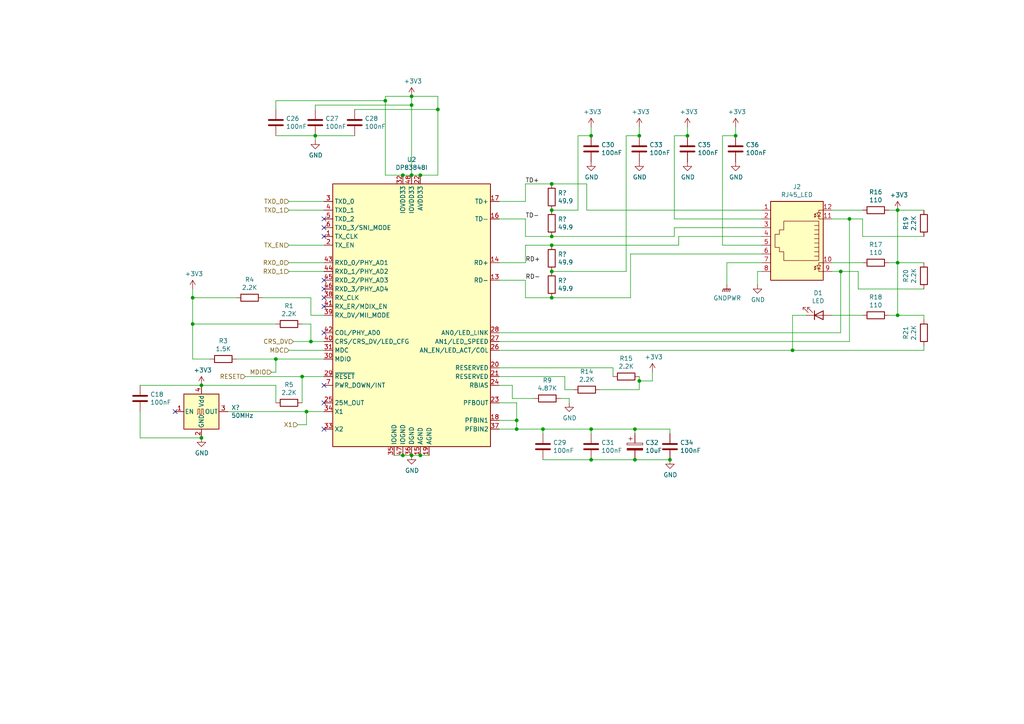
<source format=kicad_sch>
(kicad_sch (version 20231120) (generator "eeschema") (generator_version "8.0")
  (paper "A4")
  (lib_symbols
    (symbol "Connector:RJ45_LED" (pin_names (offset 1.016))
      (property "Reference" "J" (at -5.08 13.97 0))
      (property "Value" "RJ45_LED" (at 1.27 13.97 0))
      (symbol "RJ45_LED_0_1"
        (polyline (pts (xy -7.62 -7.62) (xy -6.35 -7.62)))
        (polyline (pts (xy -7.62 -5.08) (xy -6.35 -5.08)))
        (polyline (pts (xy -7.62 7.62) (xy -6.35 7.62)))
        (polyline (pts (xy -7.62 10.16) (xy -6.35 10.16)))
        (polyline (pts (xy -6.858 -5.842) (xy -5.842 -5.842)))
        (polyline (pts (xy -6.858 9.398) (xy -5.842 9.398)))
        (polyline (pts (xy -6.35 -7.62) (xy -6.35 -6.858)))
        (polyline (pts (xy -6.35 -5.08) (xy -6.35 -5.842)))
        (polyline (pts (xy -6.35 7.62) (xy -6.35 8.382)))
        (polyline (pts (xy -6.35 10.16) (xy -6.35 9.398)))
        (polyline (pts (xy -5.08 -6.223) (xy -5.207 -6.604)))
        (polyline (pts (xy -5.08 -5.588) (xy -5.207 -5.969)))
        (polyline (pts (xy -5.08 4.445) (xy -6.35 4.445)))
        (polyline (pts (xy -5.08 5.715) (xy -6.35 5.715)))
        (polyline (pts (xy -5.08 9.017) (xy -5.207 8.636)))
        (polyline (pts (xy -5.08 9.652) (xy -5.207 9.271)))
        (polyline (pts (xy -6.35 -3.175) (xy -5.08 -3.175) (xy -5.08 -3.175)))
        (polyline (pts (xy -6.35 -1.905) (xy -5.08 -1.905) (xy -5.08 -1.905)))
        (polyline (pts (xy -6.35 -0.635) (xy -5.08 -0.635) (xy -5.08 -0.635)))
        (polyline (pts (xy -6.35 0.635) (xy -5.08 0.635) (xy -5.08 0.635)))
        (polyline (pts (xy -6.35 1.905) (xy -5.08 1.905) (xy -5.08 1.905)))
        (polyline (pts (xy -5.588 -6.731) (xy -5.08 -6.223) (xy -5.461 -6.35)))
        (polyline (pts (xy -5.588 -6.096) (xy -5.08 -5.588) (xy -5.461 -5.715)))
        (polyline (pts (xy -5.588 8.509) (xy -5.08 9.017) (xy -5.461 8.89)))
        (polyline (pts (xy -5.588 9.144) (xy -5.08 9.652) (xy -5.461 9.525)))
        (polyline (pts (xy -5.08 3.175) (xy -6.35 3.175) (xy -6.35 3.175)))
        (polyline (pts (xy -6.35 -5.842) (xy -6.858 -6.858) (xy -5.842 -6.858) (xy -6.35 -5.842)))
        (polyline (pts (xy -6.35 9.398) (xy -6.858 8.382) (xy -5.842 8.382) (xy -6.35 9.398)))
        (polyline (pts (xy -6.35 -4.445) (xy -6.35 6.985) (xy 3.81 6.985) (xy 3.81 4.445) (xy 5.08 4.445) (xy 5.08 3.175) (xy 6.35 3.175) (xy 6.35 -0.635) (xy 5.08 -0.635) (xy 5.08 -1.905) (xy 3.81 -1.905) (xy 3.81 -4.445) (xy -6.35 -4.445) (xy -6.35 -4.445)))
        (rectangle (start 7.62 12.7) (end -7.62 -10.16) (stroke (width 0.254)) (fill (type background)))
      )
      (symbol "RJ45_LED_1_1"
        (pin passive line (at 10.16 -7.62 180) (length 2.54) (name "~") (number "1"))
        (pin passive line (at -10.16 7.62 0) (length 2.54) (name "~") (number "10"))
        (pin passive line (at -10.16 -5.08 0) (length 2.54) (name "~") (number "11"))
        (pin passive line (at -10.16 -7.62 0) (length 2.54) (name "~") (number "12"))
        (pin passive line (at 10.16 -5.08 180) (length 2.54) (name "~") (number "2"))
        (pin passive line (at 10.16 -2.54 180) (length 2.54) (name "~") (number "3"))
        (pin passive line (at 10.16 0 180) (length 2.54) (name "~") (number "4"))
        (pin passive line (at 10.16 2.54 180) (length 2.54) (name "~") (number "5"))
        (pin passive line (at 10.16 5.08 180) (length 2.54) (name "~") (number "6"))
        (pin passive line (at 10.16 7.62 180) (length 2.54) (name "~") (number "7"))
        (pin passive line (at 10.16 10.16 180) (length 2.54) (name "~") (number "8"))
        (pin passive line (at -10.16 10.16 0) (length 2.54) (name "~") (number "9"))
      )
    )
    (symbol "Device:C" (pin_numbers hide) (pin_names (offset 0.254))
      (property "Reference" "C" (at 0.635 2.54 0))
      (property "Value" "C" (at 0.635 -2.54 0))
      (symbol "C_0_1"
        (polyline (pts (xy -2.032 -0.762) (xy 2.032 -0.762)) (stroke (width 0.508)))
        (polyline (pts (xy -2.032 0.762) (xy 2.032 0.762)) (stroke (width 0.508)))
      )
      (symbol "C_1_1"
        (pin passive line (at 0 3.81 270) (length 2.794) (name "~") (number "1"))
        (pin passive line (at 0 -3.81 90) (length 2.794) (name "~") (number "2"))
      )
    )
    (symbol "Device:LED" (pin_numbers hide) (pin_names (offset 1.016) hide)
      (property "Reference" "D" (at 0 2.54 0))
      (property "Value" "LED" (at 0 -2.54 0))
      (symbol "LED_0_1"
        (polyline (pts (xy -1.27 -1.27) (xy -1.27 1.27)) (stroke (width 0.254)))
        (polyline (pts (xy -1.27 0) (xy 1.27 0)))
        (polyline (pts (xy 1.27 -1.27) (xy 1.27 1.27) (xy -1.27 0) (xy 1.27 -1.27)) (stroke (width 0.254)))
        (polyline (pts (xy -3.048 -0.762) (xy -4.572 -2.286) (xy -3.81 -2.286) (xy -4.572 -2.286) (xy -4.572 -1.524)))
        (polyline (pts (xy -1.778 -0.762) (xy -3.302 -2.286) (xy -2.54 -2.286) (xy -3.302 -2.286) (xy -3.302 -1.524)))
      )
      (symbol "LED_1_1"
        (pin passive line (at -3.81 0 0) (length 2.54) (name "K") (number "1"))
        (pin passive line (at 3.81 0 180) (length 2.54) (name "A") (number "2"))
      )
    )
    (symbol "Device:R" (pin_numbers hide) (pin_names (offset 0))
      (property "Reference" "R" (at 2.032 0 90))
      (property "Value" "R" (at 0 0 90))
      (symbol "R_0_1"
        (rectangle (start -1.016 -2.54) (end 1.016 2.54) (stroke (width 0.254)))
      )
      (symbol "R_1_1"
        (pin passive line (at 0 3.81 270) (length 1.27) (name "~") (number "1"))
        (pin passive line (at 0 -3.81 90) (length 1.27) (name "~") (number "2"))
      )
    )
    (symbol "ETH OPAMP DCMI FSMC CAN ENCODER CS1000-rescue:+3.3V-power" (power) (pin_names (offset 0))
      (property "Value" "power_+3.3V" (at 0 3.556 0))
      (symbol "+3.3V-power_0_1"
        (polyline (pts (xy -0.762 1.27) (xy 0 2.54)))
        (polyline (pts (xy 0 0) (xy 0 2.54)))
        (polyline (pts (xy 0 2.54) (xy 0.762 1.27)))
      )
      (symbol "+3.3V-power_1_1"
        (pin power_in line (at 0 0 90) (length 0) hide (name "+3V3") (number "1"))
      )
    )
    (symbol "ETH OPAMP DCMI FSMC CAN ENCODER CS1000-rescue:CP-Device" (pin_numbers hide) (pin_names (offset 0.254))
      (property "Reference" "C" (at 0.635 2.54 0))
      (property "Value" "Device_CP" (at 0.635 -2.54 0))
      (symbol "CP-Device_0_1"
        (rectangle (start -2.286 0.508) (end -2.286 1.016))
        (rectangle (start -2.286 0.508) (end 2.286 0.508))
        (polyline (pts (xy -1.778 2.286) (xy -0.762 2.286)))
        (polyline (pts (xy -1.27 2.794) (xy -1.27 1.778)))
        (rectangle (start 2.286 -0.508) (end -2.286 -1.016) (fill (type outline)))
        (rectangle (start 2.286 1.016) (end -2.286 1.016))
        (rectangle (start 2.286 1.016) (end 2.286 0.508))
      )
      (symbol "CP-Device_1_1"
        (pin passive line (at 0 3.81 270) (length 2.794) (name "~") (number "1"))
        (pin passive line (at 0 -3.81 90) (length 2.794) (name "~") (number "2"))
      )
    )
    (symbol "ETH OPAMP DCMI FSMC CAN ENCODER CS1000-rescue:GND-power" (power) (pin_names (offset 0))
      (property "Value" "power_GND" (at 0 -3.81 0))
      (symbol "GND-power_0_1"
        (polyline (pts (xy 0 0) (xy 0 -1.27) (xy 1.27 -1.27) (xy 0 -2.54) (xy -1.27 -1.27) (xy 0 -1.27)))
      )
      (symbol "GND-power_1_1"
        (pin power_in line (at 0 0 270) (length 0) hide (name "GND") (number "1"))
      )
    )
    (symbol "ETH OPAMP DCMI FSMC CAN ENCODER CS1000-rescue:GNDPWR-power" (power) (pin_names (offset 0))
      (property "Value" "power_GNDPWR" (at 0 -3.302 0))
      (symbol "GNDPWR-power_0_1"
        (polyline (pts (xy 0 -1.27) (xy 0 0)))
        (polyline (pts (xy -1.016 -1.27) (xy -1.27 -2.032) (xy -1.27 -2.032)) (stroke (width 0.2032)))
        (polyline (pts (xy -0.508 -1.27) (xy -0.762 -2.032) (xy -0.762 -2.032)) (stroke (width 0.2032)))
        (polyline (pts (xy 0 -1.27) (xy -0.254 -2.032) (xy -0.254 -2.032)) (stroke (width 0.2032)))
        (polyline (pts (xy 0.508 -1.27) (xy 0.254 -2.032) (xy 0.254 -2.032)) (stroke (width 0.2032)))
        (polyline (pts (xy 1.016 -1.27) (xy -1.016 -1.27) (xy -1.016 -1.27)) (stroke (width 0.2032)))
        (polyline (pts (xy 1.016 -1.27) (xy 0.762 -2.032) (xy 0.762 -2.032) (xy 0.762 -2.032)) (stroke (width 0.2032)))
      )
      (symbol "GNDPWR-power_1_1"
        (pin power_in line (at 0 0 270) (length 0) hide (name "GNDPWR") (number "1"))
      )
    )
    (symbol "Interface_Ethernet:DP83848I"
      (property "Reference" "U" (at -21.59 39.37 0))
      (property "Value" "DP83848I" (at 12.7 39.37 0))
      (symbol "DP83848I_0_1"
        (rectangle (start -22.86 38.1) (end 22.86 -38.1) (stroke (width 0.254)) (fill (type background)))
      )
      (symbol "DP83848I_1_1"
        (pin output line (at -25.4 22.86 0) (length 2.54) (name "TX_CLK") (number "1"))
        (pin passive line (at 25.4 10.16 180) (length 2.54) (name "RD-") (number "13"))
        (pin passive line (at 25.4 15.24 180) (length 2.54) (name "RD+") (number "14"))
        (pin power_in line (at 2.54 -40.64 90) (length 2.54) (name "AGND") (number "15"))
        (pin passive line (at 25.4 27.94 180) (length 2.54) (name "TD-") (number "16"))
        (pin passive line (at 25.4 33.02 180) (length 2.54) (name "TD+") (number "17"))
        (pin passive line (at 25.4 -30.48 180) (length 2.54) (name "PFBIN1") (number "18"))
        (pin power_in line (at 5.08 -40.64 90) (length 2.54) (name "AGND") (number "19"))
        (pin input line (at -25.4 20.32 0) (length 2.54) (name "TX_EN") (number "2"))
        (pin passive line (at 25.4 -15.24 180) (length 2.54) (name "RESERVED") (number "20"))
        (pin passive line (at 25.4 -17.78 180) (length 2.54) (name "RESERVED") (number "21"))
        (pin power_in line (at 2.54 40.64 270) (length 2.54) (name "AVDD33") (number "22"))
        (pin passive line (at 25.4 -25.4 180) (length 2.54) (name "PFBOUT") (number "23"))
        (pin passive line (at 25.4 -20.32 180) (length 2.54) (name "RBIAS") (number "24"))
        (pin output line (at -25.4 -25.4 0) (length 2.54) (name "25M_OUT") (number "25"))
        (pin output line (at 25.4 -10.16 180) (length 2.54) (name "AN_EN/LED_ACT/COL") (number "26"))
        (pin output line (at 25.4 -7.62 180) (length 2.54) (name "AN1/LED_SPEED") (number "27"))
        (pin output line (at 25.4 -5.08 180) (length 2.54) (name "AN0/LED_LINK") (number "28"))
        (pin input line (at -25.4 -17.78 0) (length 2.54) (name "~{RESET}") (number "29"))
        (pin input line (at -25.4 33.02 0) (length 2.54) (name "TXD_0") (number "3"))
        (pin bidirectional line (at -25.4 -12.7 0) (length 2.54) (name "MDIO") (number "30"))
        (pin input line (at -25.4 -10.16 0) (length 2.54) (name "MDC") (number "31"))
        (pin power_in line (at -2.54 40.64 270) (length 2.54) (name "IOVDD33") (number "32"))
        (pin output line (at -25.4 -33.02 0) (length 2.54) (name "X2") (number "33"))
        (pin input line (at -25.4 -27.94 0) (length 2.54) (name "X1") (number "34"))
        (pin power_in line (at -5.08 -40.64 90) (length 2.54) (name "IOGND") (number "35"))
        (pin power_in line (at 0 -40.64 90) (length 2.54) (name "DGND") (number "36"))
        (pin passive line (at 25.4 -33.02 180) (length 2.54) (name "PFBIN2") (number "37"))
        (pin output line (at -25.4 5.08 0) (length 2.54) (name "RX_CLK") (number "38"))
        (pin output line (at -25.4 0 0) (length 2.54) (name "RX_DV/MII_MODE") (number "39"))
        (pin input line (at -25.4 30.48 0) (length 2.54) (name "TXD_1") (number "4"))
        (pin output line (at -25.4 -7.62 0) (length 2.54) (name "CRS/CRS_DV/LED_CFG") (number "40"))
        (pin output line (at -25.4 2.54 0) (length 2.54) (name "RX_ER/MDIX_EN") (number "41"))
        (pin output line (at -25.4 -5.08 0) (length 2.54) (name "COL/PHY_AD0") (number "42"))
        (pin output line (at -25.4 15.24 0) (length 2.54) (name "RXD_0/PHY_AD1") (number "43"))
        (pin output line (at -25.4 12.7 0) (length 2.54) (name "RXD_1/PHY_AD2") (number "44"))
        (pin output line (at -25.4 10.16 0) (length 2.54) (name "RXD_2/PHY_AD3") (number "45"))
        (pin output line (at -25.4 7.62 0) (length 2.54) (name "RXD_3/PHY_AD4") (number "46"))
        (pin power_in line (at -2.54 -40.64 90) (length 2.54) (name "IOGND") (number "47"))
        (pin power_in line (at 0 40.64 270) (length 2.54) (name "IOVDD33") (number "48"))
        (pin input line (at -25.4 27.94 0) (length 2.54) (name "TXD_2") (number "5"))
        (pin input line (at -25.4 25.4 0) (length 2.54) (name "TXD_3/SNI_MODE") (number "6"))
        (pin input line (at -25.4 -20.32 0) (length 2.54) (name "PWR_DOWN/INT") (number "7"))
      )
    )
    (symbol "Oscillator:ASE-xxxMHz" (pin_names (offset 0.254))
      (property "Reference" "X" (at -5.08 6.35 0))
      (property "Value" "ASE-xxxMHz" (at 1.27 -6.35 0))
      (symbol "ASE-xxxMHz_0_1"
        (rectangle (start -5.08 5.08) (end 5.08 -5.08) (stroke (width 0.254)) (fill (type background)))
        (polyline (pts (xy -1.27 -0.762) (xy -1.016 -0.762) (xy -1.016 0.762) (xy -0.508 0.762) (xy -0.508 -0.762) (xy 0 -0.762) (xy 0 0.762) (xy 0.508 0.762) (xy 0.508 -0.762) (xy 0.762 -0.762)))
      )
      (symbol "ASE-xxxMHz_1_1"
        (pin input line (at -7.62 0 0) (length 2.54) (name "EN") (number "1"))
        (pin power_in line (at 0 -7.62 90) (length 2.54) (name "GND") (number "2"))
        (pin output line (at 7.62 0 180) (length 2.54) (name "OUT") (number "3"))
        (pin power_in line (at 0 7.62 270) (length 2.54) (name "Vdd") (number "4"))
      )
    )
  )
  (junction (at 194.31 133.35))
  (junction (at 116.84 50.8))
  (junction (at 149.86 124.46))
  (junction (at 119.38 27.94))
  (junction (at 127 31.75))
  (junction (at 185.42 110.49))
  (junction (at 160.02 78.74))
  (junction (at 87.63 109.22))
  (junction (at 199.39 39.37))
  (junction (at 171.45 39.37))
  (junction (at 119.38 30.48))
  (junction (at 119.38 50.8))
  (junction (at 58.42 127))
  (junction (at 213.36 39.37))
  (junction (at 160.02 53.34))
  (junction (at 246.38 63.5))
  (junction (at 160.02 60.96))
  (junction (at 91.44 39.37))
  (junction (at 160.02 68.58))
  (junction (at 80.01 104.14))
  (junction (at 160.02 71.12))
  (junction (at 184.15 133.35))
  (junction (at 229.87 101.6))
  (junction (at 121.92 50.8))
  (junction (at 55.88 86.36))
  (junction (at 58.42 111.76))
  (junction (at 116.84 132.08))
  (junction (at 111.76 29.21))
  (junction (at 157.48 124.46))
  (junction (at 119.38 132.08))
  (junction (at 260.35 76.2))
  (junction (at 260.35 91.44))
  (junction (at 260.35 60.96))
  (junction (at 121.92 132.08))
  (junction (at 184.15 124.46))
  (junction (at 149.86 121.92))
  (junction (at 185.42 39.37))
  (junction (at 243.84 78.74))
  (junction (at 88.9 119.38))
  (junction (at 55.88 93.98))
  (junction (at 171.45 124.46))
  (junction (at 160.02 86.36))
  (junction (at 171.45 133.35))
  (junction (at 90.17 99.06))
  (no_connect (at 93.98 96.52))
  (no_connect (at 50.8 119.38))
  (no_connect (at 93.98 81.28))
  (no_connect (at 93.98 124.46))
  (no_connect (at 93.98 111.76))
  (no_connect (at 93.98 68.58))
  (no_connect (at 93.98 86.36))
  (no_connect (at 93.98 66.04))
  (no_connect (at 93.98 88.9))
  (no_connect (at 93.98 116.84))
  (no_connect (at 93.98 63.5))
  (no_connect (at 93.98 83.82))
  (wire (pts (xy 40.64 119.38) (xy 40.64 127)))
  (wire (pts (xy 148.59 115.57) (xy 148.59 111.76)))
  (wire (pts (xy 233.68 91.44) (xy 229.87 91.44)))
  (wire (pts (xy 149.86 121.92) (xy 149.86 124.46)))
  (wire (pts (xy 219.71 78.74) (xy 220.98 78.74)))
  (wire (pts (xy 241.3 63.5) (xy 246.38 63.5)))
  (wire (pts (xy 144.78 101.6) (xy 229.87 101.6)))
  (wire (pts (xy 185.42 113.03) (xy 185.42 110.49)))
  (wire (pts (xy 40.64 127) (xy 58.42 127)))
  (wire (pts (xy 80.01 29.21) (xy 111.76 29.21)))
  (wire (pts (xy 149.86 116.84) (xy 149.86 121.92)))
  (wire (pts (xy 195.58 39.37) (xy 195.58 63.5)))
  (wire (pts (xy 184.15 124.46) (xy 171.45 124.46)))
  (wire (pts (xy 127 31.75) (xy 127 50.8)))
  (wire (pts (xy 116.84 50.8) (xy 119.38 50.8)))
  (wire (pts (xy 119.38 50.8) (xy 119.38 30.48)))
  (wire (pts (xy 87.63 93.98) (xy 90.17 93.98)))
  (wire (pts (xy 210.82 76.2) (xy 220.98 76.2)))
  (wire (pts (xy 157.48 124.46) (xy 171.45 124.46)))
  (wire (pts (xy 80.01 29.21) (xy 80.01 31.75)))
  (wire (pts (xy 91.44 30.48) (xy 119.38 30.48)))
  (wire (pts (xy 209.55 71.12) (xy 220.98 71.12)))
  (wire (pts (xy 260.35 91.44) (xy 267.97 91.44)))
  (wire (pts (xy 157.48 133.35) (xy 171.45 133.35)))
  (wire (pts (xy 80.01 111.76) (xy 58.42 111.76)))
  (wire (pts (xy 119.38 27.94) (xy 111.76 27.94)))
  (wire (pts (xy 87.63 109.22) (xy 93.98 109.22)))
  (wire (pts (xy 80.01 104.14) (xy 93.98 104.14)))
  (wire (pts (xy 111.76 29.21) (xy 111.76 27.94)))
  (wire (pts (xy 241.3 91.44) (xy 250.19 91.44)))
  (wire (pts (xy 184.15 124.46) (xy 194.31 124.46)))
  (wire (pts (xy 182.88 73.66) (xy 220.98 73.66)))
  (wire (pts (xy 160.02 71.12) (xy 196.85 71.12)))
  (wire (pts (xy 199.39 36.83) (xy 199.39 39.37)))
  (wire (pts (xy 250.19 68.58) (xy 250.19 63.5)))
  (wire (pts (xy 144.78 99.06) (xy 246.38 99.06)))
  (wire (pts (xy 152.4 58.42) (xy 152.4 53.34)))
  (wire (pts (xy 119.38 30.48) (xy 119.38 27.94)))
  (wire (pts (xy 171.45 39.37) (xy 167.64 39.37)))
  (wire (pts (xy 195.58 66.04) (xy 220.98 66.04)))
  (wire (pts (xy 93.98 60.96) (xy 83.82 60.96)))
  (wire (pts (xy 76.2 86.36) (xy 90.17 86.36)))
  (wire (pts (xy 260.35 76.2) (xy 260.35 60.96)))
  (wire (pts (xy 160.02 53.34) (xy 170.18 53.34)))
  (wire (pts (xy 80.01 107.95) (xy 78.74 107.95)))
  (wire (pts (xy 213.36 39.37) (xy 209.55 39.37)))
  (wire (pts (xy 267.97 100.33) (xy 267.97 101.6)))
  (wire (pts (xy 121.92 132.08) (xy 124.46 132.08)))
  (wire (pts (xy 241.3 78.74) (xy 243.84 78.74)))
  (wire (pts (xy 171.45 124.46) (xy 171.45 125.73)))
  (wire (pts (xy 83.82 71.12) (xy 93.98 71.12)))
  (wire (pts (xy 87.63 109.22) (xy 87.63 116.84)))
  (wire (pts (xy 194.31 124.46) (xy 194.31 125.73)))
  (wire (pts (xy 111.76 29.21) (xy 111.76 50.8)))
  (wire (pts (xy 80.01 116.84) (xy 80.01 111.76)))
  (wire (pts (xy 83.82 76.2) (xy 93.98 76.2)))
  (wire (pts (xy 257.81 60.96) (xy 260.35 60.96)))
  (wire (pts (xy 90.17 91.44) (xy 93.98 91.44)))
  (wire (pts (xy 195.58 63.5) (xy 220.98 63.5)))
  (wire (pts (xy 160.02 68.58) (xy 195.58 68.58)))
  (wire (pts (xy 127 27.94) (xy 119.38 27.94)))
  (wire (pts (xy 166.37 113.03) (xy 163.83 113.03)))
  (wire (pts (xy 85.09 99.06) (xy 90.17 99.06)))
  (wire (pts (xy 91.44 40.64) (xy 91.44 39.37)))
  (wire (pts (xy 267.97 92.71) (xy 267.97 91.44)))
  (wire (pts (xy 177.8 106.68) (xy 144.78 106.68)))
  (wire (pts (xy 116.84 132.08) (xy 114.3 132.08)))
  (wire (pts (xy 80.01 93.98) (xy 55.88 93.98)))
  (wire (pts (xy 248.92 83.82) (xy 248.92 78.74)))
  (wire (pts (xy 55.88 104.14) (xy 60.96 104.14)))
  (wire (pts (xy 162.56 115.57) (xy 165.1 115.57)))
  (wire (pts (xy 144.78 124.46) (xy 149.86 124.46)))
  (wire (pts (xy 152.4 53.34) (xy 160.02 53.34)))
  (wire (pts (xy 111.76 50.8) (xy 116.84 50.8)))
  (wire (pts (xy 144.78 58.42) (xy 152.4 58.42)))
  (wire (pts (xy 102.87 39.37) (xy 91.44 39.37)))
  (wire (pts (xy 196.85 68.58) (xy 220.98 68.58)))
  (wire (pts (xy 144.78 76.2) (xy 152.4 76.2)))
  (wire (pts (xy 144.78 96.52) (xy 243.84 96.52)))
  (wire (pts (xy 163.83 113.03) (xy 163.83 109.22)))
  (wire (pts (xy 171.45 36.83) (xy 171.45 39.37)))
  (wire (pts (xy 127 50.8) (xy 121.92 50.8)))
  (wire (pts (xy 163.83 109.22) (xy 144.78 109.22)))
  (wire (pts (xy 189.23 110.49) (xy 185.42 110.49)))
  (wire (pts (xy 260.35 76.2) (xy 260.35 91.44)))
  (wire (pts (xy 160.02 86.36) (xy 152.4 86.36)))
  (wire (pts (xy 260.35 91.44) (xy 257.81 91.44)))
  (wire (pts (xy 152.4 68.58) (xy 152.4 63.5)))
  (wire (pts (xy 93.98 101.6) (xy 83.82 101.6)))
  (wire (pts (xy 157.48 124.46) (xy 157.48 125.73)))
  (wire (pts (xy 90.17 86.36) (xy 90.17 91.44)))
  (wire (pts (xy 199.39 39.37) (xy 195.58 39.37)))
  (wire (pts (xy 229.87 91.44) (xy 229.87 101.6)))
  (wire (pts (xy 152.4 81.28) (xy 144.78 81.28)))
  (wire (pts (xy 165.1 115.57) (xy 165.1 116.84)))
  (wire (pts (xy 93.98 58.42) (xy 83.82 58.42)))
  (wire (pts (xy 170.18 60.96) (xy 220.98 60.96)))
  (wire (pts (xy 90.17 93.98) (xy 90.17 99.06)))
  (wire (pts (xy 152.4 71.12) (xy 160.02 71.12)))
  (wire (pts (xy 102.87 31.75) (xy 127 31.75)))
  (wire (pts (xy 189.23 110.49) (xy 189.23 107.95)))
  (wire (pts (xy 127 31.75) (xy 127 27.94)))
  (wire (pts (xy 219.71 82.55) (xy 219.71 78.74)))
  (wire (pts (xy 144.78 116.84) (xy 149.86 116.84)))
  (wire (pts (xy 167.64 60.96) (xy 160.02 60.96)))
  (wire (pts (xy 121.92 50.8) (xy 119.38 50.8)))
  (wire (pts (xy 160.02 78.74) (xy 181.61 78.74)))
  (wire (pts (xy 257.81 76.2) (xy 260.35 76.2)))
  (wire (pts (xy 55.88 83.82) (xy 55.88 86.36)))
  (wire (pts (xy 243.84 78.74) (xy 248.92 78.74)))
  (wire (pts (xy 55.88 86.36) (xy 68.58 86.36)))
  (wire (pts (xy 246.38 63.5) (xy 250.19 63.5)))
  (wire (pts (xy 93.98 78.74) (xy 83.82 78.74)))
  (wire (pts (xy 167.64 39.37) (xy 167.64 60.96)))
  (wire (pts (xy 173.99 113.03) (xy 185.42 113.03)))
  (wire (pts (xy 260.35 60.96) (xy 267.97 60.96)))
  (wire (pts (xy 185.42 39.37) (xy 181.61 39.37)))
  (wire (pts (xy 185.42 110.49) (xy 185.42 109.22)))
  (wire (pts (xy 90.17 99.06) (xy 93.98 99.06)))
  (wire (pts (xy 248.92 83.82) (xy 267.97 83.82)))
  (wire (pts (xy 241.3 60.96) (xy 250.19 60.96)))
  (wire (pts (xy 160.02 86.36) (xy 182.88 86.36)))
  (wire (pts (xy 116.84 132.08) (xy 119.38 132.08)))
  (wire (pts (xy 243.84 78.74) (xy 243.84 96.52)))
  (wire (pts (xy 160.02 68.58) (xy 152.4 68.58)))
  (wire (pts (xy 148.59 111.76) (xy 144.78 111.76)))
  (wire (pts (xy 88.9 123.19) (xy 86.36 123.19)))
  (wire (pts (xy 184.15 124.46) (xy 184.15 125.73)))
  (wire (pts (xy 184.15 133.35) (xy 194.31 133.35)))
  (wire (pts (xy 55.88 93.98) (xy 55.88 104.14)))
  (wire (pts (xy 58.42 111.76) (xy 40.64 111.76)))
  (wire (pts (xy 229.87 101.6) (xy 267.97 101.6)))
  (wire (pts (xy 152.4 63.5) (xy 144.78 63.5)))
  (wire (pts (xy 246.38 63.5) (xy 246.38 99.06)))
  (wire (pts (xy 213.36 39.37) (xy 213.36 36.83)))
  (wire (pts (xy 177.8 109.22) (xy 177.8 106.68)))
  (wire (pts (xy 170.18 53.34) (xy 170.18 60.96)))
  (wire (pts (xy 66.04 119.38) (xy 88.9 119.38)))
  (wire (pts (xy 195.58 68.58) (xy 195.58 66.04)))
  (wire (pts (xy 80.01 104.14) (xy 80.01 107.95)))
  (wire (pts (xy 71.12 109.22) (xy 87.63 109.22)))
  (wire (pts (xy 250.19 68.58) (xy 267.97 68.58)))
  (wire (pts (xy 88.9 119.38) (xy 93.98 119.38)))
  (wire (pts (xy 119.38 132.08) (xy 121.92 132.08)))
  (wire (pts (xy 152.4 86.36) (xy 152.4 81.28)))
  (wire (pts (xy 152.4 76.2) (xy 152.4 71.12)))
  (wire (pts (xy 154.94 115.57) (xy 148.59 115.57)))
  (wire (pts (xy 241.3 76.2) (xy 250.19 76.2)))
  (wire (pts (xy 182.88 86.36) (xy 182.88 73.66)))
  (wire (pts (xy 260.35 76.2) (xy 267.97 76.2)))
  (wire (pts (xy 80.01 39.37) (xy 91.44 39.37)))
  (wire (pts (xy 185.42 39.37) (xy 185.42 36.83)))
  (wire (pts (xy 209.55 39.37) (xy 209.55 71.12)))
  (wire (pts (xy 149.86 121.92) (xy 144.78 121.92)))
  (wire (pts (xy 91.44 30.48) (xy 91.44 31.75)))
  (wire (pts (xy 88.9 123.19) (xy 88.9 119.38)))
  (wire (pts (xy 171.45 133.35) (xy 184.15 133.35)))
  (wire (pts (xy 181.61 39.37) (xy 181.61 78.74)))
  (wire (pts (xy 68.58 104.14) (xy 80.01 104.14)))
  (wire (pts (xy 210.82 76.2) (xy 210.82 82.55)))
  (wire (pts (xy 196.85 71.12) (xy 196.85 68.58)))
  (wire (pts (xy 55.88 86.36) (xy 55.88 93.98)))
  (wire (pts (xy 149.86 124.46) (xy 157.48 124.46)))
  (label "TD-" (at 152.4 63.5 0))
  (label "RD+" (at 152.4 76.2 0))
  (label "TD+" (at 152.4 53.34 0))
  (label "RD-" (at 152.4 81.28 0))
  (hierarchical_label "TXD_1" (shape input) (at 83.82 60.96 180))
  (hierarchical_label "X1" (shape input) (at 86.36 123.19 180))
  (hierarchical_label "MDIO" (shape input) (at 78.74 107.95 180))
  (hierarchical_label "MDC" (shape input) (at 83.82 101.6 180))
  (hierarchical_label "RXD_0" (shape input) (at 83.82 76.2 180))
  (hierarchical_label "CRS_DV" (shape input) (at 85.09 99.06 180))
  (hierarchical_label "RESET" (shape input) (at 71.12 109.22 180))
  (hierarchical_label "RXD_1" (shape input) (at 83.82 78.74 180))
  (hierarchical_label "TXD_0" (shape input) (at 83.82 58.42 180))
  (hierarchical_label "TX_EN" (shape input) (at 83.82 71.12 180))
  (symbol (lib_id "Interface_Ethernet:DP83848I") (at 119.38 91.44 0) (unit 1)
    (property "Reference" "U2" (at 119.38 46.2788 0))
    (property "Value" "DP83848I" (at 119.38 48.5902 0))
    (property "Footprint" "Package_QFP:LQFP-48_7x7mm_P0.5mm" (effects (hide yes)))
    (property "Datasheet" "926-DP83848IVV/NOPB" (effects (hide yes)))
  )
  (symbol (lib_id "Device:R") (at 160.02 57.15 0) (unit 1)
    (property "Reference" "R?" (at 161.798 55.9816 0) (effects (justify left)))
    (property "Value" "49.9" (at 161.798 58.293 0) (effects (justify left)))
    (property "Footprint" "Resistor_SMD:R_0603_1608Metric" (effects (hide yes)))
    (property "Datasheet" "71-CRCW060349R9FKEAC" (effects (hide yes)))
    (instances (project "" (path "" (reference "R?") (unit 1)) (path "" (reference "R10") (unit 1))))
  )
  (symbol (lib_id "Device:C") (at 171.45 43.18 0) (unit 1)
    (property "Reference" "C30" (at 174.371 42.0116 0) (effects (justify left)))
    (property "Value" "100nF" (at 174.371 44.323 0) (effects (justify left)))
    (property "Footprint" "Capacitor_SMD:C_0603_1608Metric" (effects (hide yes)))
    (property "Datasheet" "581-0603YC104MAT4A" (effects (hide yes)))
  )
  (symbol (lib_id "Device:R") (at 160.02 64.77 0) (unit 1)
    (property "Reference" "R?" (at 161.798 63.6016 0) (effects (justify left)))
    (property "Value" "49.9" (at 161.798 65.913 0) (effects (justify left)))
    (property "Footprint" "Resistor_SMD:R_0603_1608Metric" (effects (hide yes)))
    (property "Datasheet" "71-CRCW060349R9FKEAC" (effects (hide yes)))
    (instances (project "" (path "" (reference "R?") (unit 1)) (path "" (reference "R11") (unit 1))))
  )
  (symbol (lib_id "ETH OPAMP DCMI FSMC CAN ENCODER CS1000-rescue:+3.3V-power") (at 171.45 36.83 0) (unit 1)
    (property "Reference" "#PWR020" (effects (hide yes)))
    (property "Value" "+3V3" (at 171.831 32.4358 0))
  )
  (symbol (lib_id "ETH OPAMP DCMI FSMC CAN ENCODER CS1000-rescue:GND-power") (at 171.45 46.99 0) (unit 1)
    (property "Reference" "#PWR021" (effects (hide yes)))
    (property "Value" "GND" (at 171.577 51.3842 0))
  )
  (symbol (lib_id "Device:R") (at 160.02 74.93 0) (unit 1)
    (property "Reference" "R?" (at 161.798 73.7616 0) (effects (justify left)))
    (property "Value" "49.9" (at 161.798 76.073 0) (effects (justify left)))
    (property "Footprint" "Resistor_SMD:R_0603_1608Metric" (effects (hide yes)))
    (property "Datasheet" "71-CRCW060349R9FKEAC" (effects (hide yes)))
    (instances (project "" (path "" (reference "R?") (unit 1)) (path "" (reference "R12") (unit 1))))
  )
  (symbol (lib_id "Device:R") (at 160.02 82.55 0) (unit 1)
    (property "Reference" "R?" (at 161.798 81.3816 0) (effects (justify left)))
    (property "Value" "49.9" (at 161.798 83.693 0) (effects (justify left)))
    (property "Footprint" "Resistor_SMD:R_0603_1608Metric" (effects (hide yes)))
    (property "Datasheet" "71-CRCW060349R9FKEAC" (effects (hide yes)))
    (instances (project "" (path "" (reference "R?") (unit 1)) (path "" (reference "R13") (unit 1))))
  )
  (symbol (lib_id "Connector:RJ45_LED") (at 231.14 68.58 180) (unit 1)
    (property "Reference" "J2" (at 231.14 54.1782 0))
    (property "Value" "RJ45_LED" (at 231.14 56.4896 0))
    (property "Footprint" "Connector_RJ:RJ45_Wuerth_7499010121A_Horizontal" (effects (hide yes)))
    (property "Datasheet" "710-74990101212" (effects (hide yes)))
  )
  (symbol (lib_id "Device:C") (at 185.42 43.18 0) (unit 1)
    (property "Reference" "C33" (at 188.341 42.0116 0) (effects (justify left)))
    (property "Value" "100nF" (at 188.341 44.323 0) (effects (justify left)))
    (property "Footprint" "Capacitor_SMD:C_0603_1608Metric" (effects (hide yes)))
    (property "Datasheet" "581-0603YC104MAT4A" (effects (hide yes)))
  )
  (symbol (lib_id "ETH OPAMP DCMI FSMC CAN ENCODER CS1000-rescue:+3.3V-power") (at 185.42 36.83 0) (unit 1)
    (property "Reference" "#PWR022" (effects (hide yes)))
    (property "Value" "+3V3" (at 185.801 32.4358 0))
  )
  (symbol (lib_id "ETH OPAMP DCMI FSMC CAN ENCODER CS1000-rescue:GND-power") (at 185.42 46.99 0) (unit 1)
    (property "Reference" "#PWR023" (effects (hide yes)))
    (property "Value" "GND" (at 185.547 51.3842 0))
  )
  (symbol (lib_id "Device:C") (at 199.39 43.18 0) (unit 1)
    (property "Reference" "C35" (at 202.311 42.0116 0) (effects (justify left)))
    (property "Value" "100nF" (at 202.311 44.323 0) (effects (justify left)))
    (property "Footprint" "Capacitor_SMD:C_0603_1608Metric" (effects (hide yes)))
    (property "Datasheet" "581-0603YC104MAT4A" (effects (hide yes)))
  )
  (symbol (lib_id "ETH OPAMP DCMI FSMC CAN ENCODER CS1000-rescue:+3.3V-power") (at 199.39 36.83 0) (unit 1)
    (property "Reference" "#PWR026" (effects (hide yes)))
    (property "Value" "+3V3" (at 199.771 32.4358 0))
  )
  (symbol (lib_id "ETH OPAMP DCMI FSMC CAN ENCODER CS1000-rescue:GND-power") (at 199.39 46.99 0) (unit 1)
    (property "Reference" "#PWR027" (effects (hide yes)))
    (property "Value" "GND" (at 199.517 51.3842 0))
  )
  (symbol (lib_id "Device:C") (at 213.36 43.18 0) (unit 1)
    (property "Reference" "C36" (at 216.281 42.0116 0) (effects (justify left)))
    (property "Value" "100nF" (at 216.281 44.323 0) (effects (justify left)))
    (property "Footprint" "Capacitor_SMD:C_0603_1608Metric" (effects (hide yes)))
    (property "Datasheet" "581-0603YC104MAT4A" (effects (hide yes)))
  )
  (symbol (lib_id "ETH OPAMP DCMI FSMC CAN ENCODER CS1000-rescue:+3.3V-power") (at 213.36 36.83 0) (unit 1)
    (property "Reference" "#PWR028" (effects (hide yes)))
    (property "Value" "+3V3" (at 213.741 32.4358 0))
  )
  (symbol (lib_id "ETH OPAMP DCMI FSMC CAN ENCODER CS1000-rescue:GND-power") (at 213.36 46.99 0) (unit 1)
    (property "Reference" "#PWR029" (effects (hide yes)))
    (property "Value" "GND" (at 213.487 51.3842 0))
  )
  (symbol (lib_id "ETH OPAMP DCMI FSMC CAN ENCODER CS1000-rescue:GND-power") (at 219.71 82.55 0) (unit 1)
    (property "Reference" "#PWR030" (effects (hide yes)))
    (property "Value" "GND" (at 219.837 86.9442 0))
  )
  (symbol (lib_id "Device:LED") (at 237.49 91.44 0) (mirror x) (unit 1)
    (property "Reference" "D1" (at 237.2868 84.963 0))
    (property "Value" "LED" (at 237.2868 87.2744 0))
    (property "Footprint" "LED_SMD:LED_0603_1608Metric" (effects (hide yes)))
    (property "Datasheet" "710-150060AS75000" (effects (hide yes)))
  )
  (symbol (lib_id "Device:R") (at 158.75 115.57 270) (unit 1)
    (property "Reference" "R9" (at 158.75 110.3122 90))
    (property "Value" "4.87K" (at 158.75 112.6236 90))
    (property "Footprint" "Resistor_SMD:R_0603_1608Metric" (effects (hide yes)))
    (property "Datasheet" "71-CRCW0603-4.87K-E3" (effects (hide yes)))
  )
  (symbol (lib_id "ETH OPAMP DCMI FSMC CAN ENCODER CS1000-rescue:GND-power") (at 165.1 116.84 0) (unit 1)
    (property "Reference" "#PWR019" (effects (hide yes)))
    (property "Value" "GND" (at 165.227 121.2342 0))
  )
  (symbol (lib_id "ETH OPAMP DCMI FSMC CAN ENCODER CS1000-rescue:CP-Device") (at 184.15 129.54 0) (unit 1)
    (property "Reference" "C32" (at 187.1472 128.3716 0) (effects (justify left)))
    (property "Value" "10uF" (at 187.1472 130.683 0) (effects (justify left)))
    (property "Footprint" "Capacitor_Tantalum_SMD:CP_EIA-1608-08_AVX-J_Pad1.25x1.05mm_HandSolder" (effects (hide yes)))
    (property "Datasheet" "74-TMCJ0E106MTR2F" (effects (hide yes)))
  )
  (symbol (lib_id "Device:C") (at 157.48 129.54 0) (unit 1)
    (property "Reference" "C29" (at 160.401 128.3716 0) (effects (justify left)))
    (property "Value" "100nF" (at 160.401 130.683 0) (effects (justify left)))
    (property "Footprint" "Capacitor_SMD:C_0603_1608Metric" (effects (hide yes)))
    (property "Datasheet" "581-0603YC104MAT4A" (effects (hide yes)))
  )
  (symbol (lib_id "Device:C") (at 171.45 129.54 0) (unit 1)
    (property "Reference" "C31" (at 174.371 128.3716 0) (effects (justify left)))
    (property "Value" "100nF" (at 174.371 130.683 0) (effects (justify left)))
    (property "Footprint" "Capacitor_SMD:C_0603_1608Metric" (effects (hide yes)))
    (property "Datasheet" "581-0603YC104MAT4A" (effects (hide yes)))
  )
  (symbol (lib_id "Device:C") (at 194.31 129.54 0) (unit 1)
    (property "Reference" "C34" (at 197.231 128.3716 0) (effects (justify left)))
    (property "Value" "100nF" (at 197.231 130.683 0) (effects (justify left)))
    (property "Footprint" "Capacitor_SMD:C_0603_1608Metric" (effects (hide yes)))
    (property "Datasheet" "581-0603YC104MAT4A" (effects (hide yes)))
  )
  (symbol (lib_id "ETH OPAMP DCMI FSMC CAN ENCODER CS1000-rescue:GND-power") (at 194.31 133.35 0) (unit 1)
    (property "Reference" "#PWR025" (effects (hide yes)))
    (property "Value" "GND" (at 194.437 137.7442 0))
  )
  (symbol (lib_id "ETH OPAMP DCMI FSMC CAN ENCODER CS1000-rescue:GND-power") (at 119.38 132.08 0) (unit 1)
    (property "Reference" "#PWR018" (effects (hide yes)))
    (property "Value" "GND" (at 119.507 136.4742 0))
  )
  (symbol (lib_id "ETH OPAMP DCMI FSMC CAN ENCODER CS1000-rescue:+3.3V-power") (at 55.88 83.82 0) (unit 1)
    (property "Reference" "#PWR015" (effects (hide yes)))
    (property "Value" "+3V3" (at 56.261 79.4258 0))
  )
  (symbol (lib_id "ETH OPAMP DCMI FSMC CAN ENCODER CS1000-rescue:+3.3V-power") (at 119.38 27.94 0) (unit 1)
    (property "Reference" "#PWR017" (effects (hide yes)))
    (property "Value" "+3V3" (at 119.761 23.5458 0))
  )
  (symbol (lib_id "ETH OPAMP DCMI FSMC CAN ENCODER CS1000-rescue:GND-power") (at 91.44 40.64 0) (unit 1)
    (property "Reference" "#PWR016" (effects (hide yes)))
    (property "Value" "GND" (at 91.567 45.0342 0))
  )
  (symbol (lib_id "Device:R") (at 170.18 113.03 270) (unit 1)
    (property "Reference" "R14" (at 170.18 107.7722 90))
    (property "Value" "2.2K" (at 170.18 110.0836 90))
    (property "Footprint" "Resistor_SMD:R_0603_1608Metric" (effects (hide yes)))
    (property "Datasheet" "71-CRCW06032K20FKEAC" (effects (hide yes)))
  )
  (symbol (lib_id "Device:R") (at 181.61 109.22 90) (unit 1)
    (property "Reference" "R15" (at 181.61 103.9622 90))
    (property "Value" "2.2K" (at 181.61 106.2736 90))
    (property "Footprint" "Resistor_SMD:R_0603_1608Metric" (effects (hide yes)))
    (property "Datasheet" "71-CRCW06032K20FKEAC" (effects (hide yes)))
  )
  (symbol (lib_id "ETH OPAMP DCMI FSMC CAN ENCODER CS1000-rescue:+3.3V-power") (at 189.23 107.95 0) (unit 1)
    (property "Reference" "#PWR024" (effects (hide yes)))
    (property "Value" "+3V3" (at 189.611 103.5558 0))
  )
  (symbol (lib_id "Device:R") (at 83.82 93.98 90) (unit 1)
    (property "Reference" "R1" (at 83.82 88.7222 90))
    (property "Value" "2.2K" (at 83.82 91.0336 90))
    (property "Footprint" "Resistor_SMD:R_0603_1608Metric" (effects (hide yes)))
    (property "Datasheet" "71-CRCW06032K20FKEAC" (effects (hide yes)))
  )
  (symbol (lib_id "Device:R") (at 64.77 104.14 90) (unit 1)
    (property "Reference" "R3" (at 64.77 98.8822 90))
    (property "Value" "1.5K" (at 64.77 101.1936 90))
    (property "Footprint" "Resistor_SMD:R_0603_1608Metric" (effects (hide yes)))
    (property "Datasheet" "71-CRCW06031K50FKEAC" (effects (hide yes)))
  )
  (symbol (lib_id "ETH OPAMP DCMI FSMC CAN ENCODER CS1000-rescue:GNDPWR-power") (at 210.82 82.55 0) (unit 1)
    (property "Reference" "#PWR0103" (effects (hide yes)))
    (property "Value" "GNDPWR" (at 210.9216 86.4616 0))
  )
  (symbol (lib_id "Device:R") (at 83.82 116.84 90) (unit 1)
    (property "Reference" "R5" (at 83.82 111.5822 90))
    (property "Value" "2.2K" (at 83.82 113.8936 90))
    (property "Footprint" "Resistor_SMD:R_0603_1608Metric" (effects (hide yes)))
    (property "Datasheet" "71-CRCW06032K20FKEAC" (effects (hide yes)))
  )
  (symbol (lib_id "Device:C") (at 40.64 115.57 0) (unit 1)
    (property "Reference" "C18" (at 43.561 114.4016 0) (effects (justify left)))
    (property "Value" "100nF" (at 43.561 116.713 0) (effects (justify left)))
    (property "Footprint" "Capacitor_SMD:C_0603_1608Metric" (effects (hide yes)))
    (property "Datasheet" "581-0603YC104MAT4A" (effects (hide yes)))
  )
  (symbol (lib_id "Device:R") (at 72.39 86.36 90) (unit 1)
    (property "Reference" "R4" (at 72.39 81.1022 90))
    (property "Value" "2.2K" (at 72.39 83.4136 90))
    (property "Footprint" "Resistor_SMD:R_0603_1608Metric" (effects (hide yes)))
    (property "Datasheet" "71-CRCW06032K20FKEAC" (effects (hide yes)))
  )
  (symbol (lib_id "Oscillator:ASE-xxxMHz") (at 58.42 119.38 0) (unit 1)
    (property "Reference" "X?" (at 67.0814 118.2116 0) (effects (justify left)))
    (property "Value" "50MHz" (at 67.0814 120.523 0) (effects (justify left)))
    (property "Footprint" "Crystal:Crystal_SMD_EuroQuartz_MT-4Pin_3.2x2.5mm_HandSoldering" (effects (hide yes)))
    (property "Datasheet" "520-3225MVQ-500-CN-T" (effects (hide yes)))
    (instances (project "" (path "" (reference "X?") (unit 1)) (path "" (reference "X2") (unit 1))))
  )
  (symbol (lib_id "ETH OPAMP DCMI FSMC CAN ENCODER CS1000-rescue:+3.3V-power") (at 58.42 111.76 0) (unit 1)
    (property "Reference" "#PWR?" (effects (hide yes)))
    (property "Value" "+3V3" (at 58.801 107.3658 0))
    (instances (project "" (path "" (reference "#PWR?") (unit 1)) (path "" (reference "#PWR0104") (unit 1))))
  )
  (symbol (lib_id "Device:R") (at 267.97 64.77 180) (unit 1)
    (property "Reference" "R19" (at 262.7122 64.77 90))
    (property "Value" "2.2K" (at 265.0236 64.77 90))
    (property "Footprint" "Resistor_SMD:R_0603_1608Metric" (effects (hide yes)))
    (property "Datasheet" "71-CRCW06032K20FKEAC" (effects (hide yes)))
  )
  (symbol (lib_id "Device:R") (at 254 76.2 90) (unit 1)
    (property "Reference" "R17" (at 254 70.9422 90))
    (property "Value" "110" (at 254 73.2536 90))
    (property "Footprint" "Resistor_SMD:R_0603_1608Metric" (effects (hide yes)))
    (property "Datasheet" "71-CRCW0603-110-E3" (effects (hide yes)))
  )
  (symbol (lib_id "Device:R") (at 254 60.96 90) (unit 1)
    (property "Reference" "R16" (at 254 55.7022 90))
    (property "Value" "110" (at 254 58.0136 90))
    (property "Footprint" "Resistor_SMD:R_0603_1608Metric" (effects (hide yes)))
    (property "Datasheet" "71-CRCW0603-110-E3" (effects (hide yes)))
  )
  (symbol (lib_id "ETH OPAMP DCMI FSMC CAN ENCODER CS1000-rescue:GND-power") (at 58.42 127 0) (unit 1)
    (property "Reference" "#PWR0109" (effects (hide yes)))
    (property "Value" "GND" (at 58.547 131.3942 0))
  )
  (symbol (lib_id "Device:R") (at 267.97 80.01 180) (unit 1)
    (property "Reference" "R20" (at 262.7122 80.01 90))
    (property "Value" "2.2K" (at 265.0236 80.01 90))
    (property "Footprint" "Resistor_SMD:R_0603_1608Metric" (effects (hide yes)))
    (property "Datasheet" "71-CRCW06032K20FKEAC" (effects (hide yes)))
  )
  (symbol (lib_id "ETH OPAMP DCMI FSMC CAN ENCODER CS1000-rescue:+3.3V-power") (at 260.35 60.96 0) (unit 1)
    (property "Reference" "#PWR031" (effects (hide yes)))
    (property "Value" "+3V3" (at 260.731 56.5658 0))
  )
  (symbol (lib_id "Device:R") (at 254 91.44 90) (unit 1)
    (property "Reference" "R18" (at 254 86.1822 90))
    (property "Value" "110" (at 254 88.4936 90))
    (property "Footprint" "Resistor_SMD:R_0603_1608Metric" (effects (hide yes)))
    (property "Datasheet" "71-CRCW0603-110-E3" (effects (hide yes)))
  )
  (symbol (lib_id "Device:R") (at 267.97 96.52 180) (unit 1)
    (property "Reference" "R21" (at 262.7122 96.52 90))
    (property "Value" "2.2K" (at 265.0236 96.52 90))
    (property "Footprint" "Resistor_SMD:R_0603_1608Metric" (effects (hide yes)))
    (property "Datasheet" "71-CRCW06032K20FKEAC" (effects (hide yes)))
  )
  (symbol (lib_id "Device:C") (at 80.01 35.56 0) (unit 1)
    (property "Reference" "C26" (at 82.931 34.3916 0) (effects (justify left)))
    (property "Value" "100nF" (at 82.931 36.703 0) (effects (justify left)))
    (property "Footprint" "Capacitor_SMD:C_0603_1608Metric" (effects (hide yes)))
    (property "Datasheet" "581-0603YC104MAT4A" (effects (hide yes)))
  )
  (symbol (lib_id "Device:C") (at 91.44 35.56 0) (unit 1)
    (property "Reference" "C27" (at 94.361 34.3916 0) (effects (justify left)))
    (property "Value" "100nF" (at 94.361 36.703 0) (effects (justify left)))
    (property "Footprint" "Capacitor_SMD:C_0603_1608Metric" (effects (hide yes)))
    (property "Datasheet" "581-0603YC104MAT4A" (effects (hide yes)))
  )
  (symbol (lib_id "Device:C") (at 102.87 35.56 0) (unit 1)
    (property "Reference" "C28" (at 105.791 34.3916 0) (effects (justify left)))
    (property "Value" "100nF" (at 105.791 36.703 0) (effects (justify left)))
    (property "Footprint" "Capacitor_SMD:C_0603_1608Metric" (effects (hide yes)))
    (property "Datasheet" "581-0603YC104MAT4A" (effects (hide yes)))
  )
)
</source>
